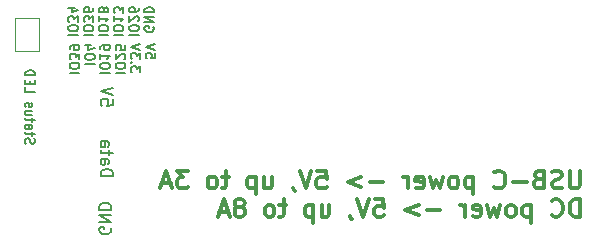
<source format=gbr>
%TF.GenerationSoftware,KiCad,Pcbnew,(6.0.0-0)*%
%TF.CreationDate,2022-01-26T18:23:46+01:00*%
%TF.ProjectId,GlowCoreMini,476c6f77-436f-4726-954d-696e692e6b69,rev?*%
%TF.SameCoordinates,Original*%
%TF.FileFunction,Legend,Bot*%
%TF.FilePolarity,Positive*%
%FSLAX46Y46*%
G04 Gerber Fmt 4.6, Leading zero omitted, Abs format (unit mm)*
G04 Created by KiCad (PCBNEW (6.0.0-0)) date 2022-01-26 18:23:46*
%MOMM*%
%LPD*%
G01*
G04 APERTURE LIST*
%ADD10C,0.150000*%
%ADD11C,0.300000*%
%ADD12C,0.120000*%
G04 APERTURE END LIST*
D10*
X116006619Y-103560380D02*
X117006619Y-103560380D01*
X117006619Y-103322285D01*
X116959000Y-103179428D01*
X116863761Y-103084190D01*
X116768523Y-103036571D01*
X116578047Y-102988952D01*
X116435190Y-102988952D01*
X116244714Y-103036571D01*
X116149476Y-103084190D01*
X116054238Y-103179428D01*
X116006619Y-103322285D01*
X116006619Y-103560380D01*
X116006619Y-102131809D02*
X116530428Y-102131809D01*
X116625666Y-102179428D01*
X116673285Y-102274666D01*
X116673285Y-102465142D01*
X116625666Y-102560380D01*
X116054238Y-102131809D02*
X116006619Y-102227047D01*
X116006619Y-102465142D01*
X116054238Y-102560380D01*
X116149476Y-102608000D01*
X116244714Y-102608000D01*
X116339952Y-102560380D01*
X116387571Y-102465142D01*
X116387571Y-102227047D01*
X116435190Y-102131809D01*
X116673285Y-101798476D02*
X116673285Y-101417523D01*
X117006619Y-101655619D02*
X116149476Y-101655619D01*
X116054238Y-101608000D01*
X116006619Y-101512761D01*
X116006619Y-101417523D01*
X116006619Y-100655619D02*
X116530428Y-100655619D01*
X116625666Y-100703238D01*
X116673285Y-100798476D01*
X116673285Y-100988952D01*
X116625666Y-101084190D01*
X116054238Y-100655619D02*
X116006619Y-100750857D01*
X116006619Y-100988952D01*
X116054238Y-101084190D01*
X116149476Y-101131809D01*
X116244714Y-101131809D01*
X116339952Y-101084190D01*
X116387571Y-100988952D01*
X116387571Y-100750857D01*
X116435190Y-100655619D01*
X109658190Y-100858500D02*
X109620095Y-100744214D01*
X109620095Y-100553738D01*
X109658190Y-100477547D01*
X109696285Y-100439452D01*
X109772476Y-100401357D01*
X109848666Y-100401357D01*
X109924857Y-100439452D01*
X109962952Y-100477547D01*
X110001047Y-100553738D01*
X110039142Y-100706119D01*
X110077238Y-100782309D01*
X110115333Y-100820404D01*
X110191523Y-100858500D01*
X110267714Y-100858500D01*
X110343904Y-100820404D01*
X110382000Y-100782309D01*
X110420095Y-100706119D01*
X110420095Y-100515642D01*
X110382000Y-100401357D01*
X110153428Y-100172785D02*
X110153428Y-99868023D01*
X110420095Y-100058500D02*
X109734380Y-100058500D01*
X109658190Y-100020404D01*
X109620095Y-99944214D01*
X109620095Y-99868023D01*
X109620095Y-99258500D02*
X110039142Y-99258500D01*
X110115333Y-99296595D01*
X110153428Y-99372785D01*
X110153428Y-99525166D01*
X110115333Y-99601357D01*
X109658190Y-99258500D02*
X109620095Y-99334690D01*
X109620095Y-99525166D01*
X109658190Y-99601357D01*
X109734380Y-99639452D01*
X109810571Y-99639452D01*
X109886761Y-99601357D01*
X109924857Y-99525166D01*
X109924857Y-99334690D01*
X109962952Y-99258500D01*
X110153428Y-98991833D02*
X110153428Y-98687071D01*
X110420095Y-98877547D02*
X109734380Y-98877547D01*
X109658190Y-98839452D01*
X109620095Y-98763261D01*
X109620095Y-98687071D01*
X110153428Y-98077547D02*
X109620095Y-98077547D01*
X110153428Y-98420404D02*
X109734380Y-98420404D01*
X109658190Y-98382309D01*
X109620095Y-98306119D01*
X109620095Y-98191833D01*
X109658190Y-98115642D01*
X109696285Y-98077547D01*
X109658190Y-97734690D02*
X109620095Y-97658500D01*
X109620095Y-97506119D01*
X109658190Y-97429928D01*
X109734380Y-97391833D01*
X109772476Y-97391833D01*
X109848666Y-97429928D01*
X109886761Y-97506119D01*
X109886761Y-97620404D01*
X109924857Y-97696595D01*
X110001047Y-97734690D01*
X110039142Y-97734690D01*
X110115333Y-97696595D01*
X110153428Y-97620404D01*
X110153428Y-97506119D01*
X110115333Y-97429928D01*
X109620095Y-96058500D02*
X109620095Y-96439452D01*
X110420095Y-96439452D01*
X110039142Y-95791833D02*
X110039142Y-95525166D01*
X109620095Y-95410880D02*
X109620095Y-95791833D01*
X110420095Y-95791833D01*
X110420095Y-95410880D01*
X109620095Y-95068023D02*
X110420095Y-95068023D01*
X110420095Y-94877547D01*
X110382000Y-94763261D01*
X110305809Y-94687071D01*
X110229619Y-94648976D01*
X110077238Y-94610880D01*
X109962952Y-94610880D01*
X109810571Y-94648976D01*
X109734380Y-94687071D01*
X109658190Y-94763261D01*
X109620095Y-94877547D01*
X109620095Y-95068023D01*
X120460000Y-90953071D02*
X120498095Y-91029261D01*
X120498095Y-91143547D01*
X120460000Y-91257833D01*
X120383809Y-91334023D01*
X120307619Y-91372119D01*
X120155238Y-91410214D01*
X120040952Y-91410214D01*
X119888571Y-91372119D01*
X119812380Y-91334023D01*
X119736190Y-91257833D01*
X119698095Y-91143547D01*
X119698095Y-91067357D01*
X119736190Y-90953071D01*
X119774285Y-90914976D01*
X120040952Y-90914976D01*
X120040952Y-91067357D01*
X119698095Y-90572119D02*
X120498095Y-90572119D01*
X119698095Y-90114976D01*
X120498095Y-90114976D01*
X119698095Y-89734023D02*
X120498095Y-89734023D01*
X120498095Y-89543547D01*
X120460000Y-89429261D01*
X120383809Y-89353071D01*
X120307619Y-89314976D01*
X120155238Y-89276880D01*
X120040952Y-89276880D01*
X119888571Y-89314976D01*
X119812380Y-89353071D01*
X119736190Y-89429261D01*
X119698095Y-89543547D01*
X119698095Y-89734023D01*
X118410095Y-91676880D02*
X119210095Y-91676880D01*
X119210095Y-91143547D02*
X119210095Y-90991166D01*
X119172000Y-90914976D01*
X119095809Y-90838785D01*
X118943428Y-90800690D01*
X118676761Y-90800690D01*
X118524380Y-90838785D01*
X118448190Y-90914976D01*
X118410095Y-90991166D01*
X118410095Y-91143547D01*
X118448190Y-91219738D01*
X118524380Y-91295928D01*
X118676761Y-91334023D01*
X118943428Y-91334023D01*
X119095809Y-91295928D01*
X119172000Y-91219738D01*
X119210095Y-91143547D01*
X119133904Y-90495928D02*
X119172000Y-90457833D01*
X119210095Y-90381642D01*
X119210095Y-90191166D01*
X119172000Y-90114976D01*
X119133904Y-90076880D01*
X119057714Y-90038785D01*
X118981523Y-90038785D01*
X118867238Y-90076880D01*
X118410095Y-90534023D01*
X118410095Y-90038785D01*
X119210095Y-89353071D02*
X119210095Y-89505452D01*
X119172000Y-89581642D01*
X119133904Y-89619738D01*
X119019619Y-89695928D01*
X118867238Y-89734023D01*
X118562476Y-89734023D01*
X118486285Y-89695928D01*
X118448190Y-89657833D01*
X118410095Y-89581642D01*
X118410095Y-89429261D01*
X118448190Y-89353071D01*
X118486285Y-89314976D01*
X118562476Y-89276880D01*
X118752952Y-89276880D01*
X118829142Y-89314976D01*
X118867238Y-89353071D01*
X118905333Y-89429261D01*
X118905333Y-89581642D01*
X118867238Y-89657833D01*
X118829142Y-89695928D01*
X118752952Y-89734023D01*
X117122095Y-91676880D02*
X117922095Y-91676880D01*
X117922095Y-91143547D02*
X117922095Y-90991166D01*
X117884000Y-90914976D01*
X117807809Y-90838785D01*
X117655428Y-90800690D01*
X117388761Y-90800690D01*
X117236380Y-90838785D01*
X117160190Y-90914976D01*
X117122095Y-90991166D01*
X117122095Y-91143547D01*
X117160190Y-91219738D01*
X117236380Y-91295928D01*
X117388761Y-91334023D01*
X117655428Y-91334023D01*
X117807809Y-91295928D01*
X117884000Y-91219738D01*
X117922095Y-91143547D01*
X117122095Y-90038785D02*
X117122095Y-90495928D01*
X117122095Y-90267357D02*
X117922095Y-90267357D01*
X117807809Y-90343547D01*
X117731619Y-90419738D01*
X117693523Y-90495928D01*
X117922095Y-89772119D02*
X117922095Y-89276880D01*
X117617333Y-89543547D01*
X117617333Y-89429261D01*
X117579238Y-89353071D01*
X117541142Y-89314976D01*
X117464952Y-89276880D01*
X117274476Y-89276880D01*
X117198285Y-89314976D01*
X117160190Y-89353071D01*
X117122095Y-89429261D01*
X117122095Y-89657833D01*
X117160190Y-89734023D01*
X117198285Y-89772119D01*
X115834095Y-91676880D02*
X116634095Y-91676880D01*
X116634095Y-91143547D02*
X116634095Y-90991166D01*
X116596000Y-90914976D01*
X116519809Y-90838785D01*
X116367428Y-90800690D01*
X116100761Y-90800690D01*
X115948380Y-90838785D01*
X115872190Y-90914976D01*
X115834095Y-90991166D01*
X115834095Y-91143547D01*
X115872190Y-91219738D01*
X115948380Y-91295928D01*
X116100761Y-91334023D01*
X116367428Y-91334023D01*
X116519809Y-91295928D01*
X116596000Y-91219738D01*
X116634095Y-91143547D01*
X115834095Y-90038785D02*
X115834095Y-90495928D01*
X115834095Y-90267357D02*
X116634095Y-90267357D01*
X116519809Y-90343547D01*
X116443619Y-90419738D01*
X116405523Y-90495928D01*
X116291238Y-89581642D02*
X116329333Y-89657833D01*
X116367428Y-89695928D01*
X116443619Y-89734023D01*
X116481714Y-89734023D01*
X116557904Y-89695928D01*
X116596000Y-89657833D01*
X116634095Y-89581642D01*
X116634095Y-89429261D01*
X116596000Y-89353071D01*
X116557904Y-89314976D01*
X116481714Y-89276880D01*
X116443619Y-89276880D01*
X116367428Y-89314976D01*
X116329333Y-89353071D01*
X116291238Y-89429261D01*
X116291238Y-89581642D01*
X116253142Y-89657833D01*
X116215047Y-89695928D01*
X116138857Y-89734023D01*
X115986476Y-89734023D01*
X115910285Y-89695928D01*
X115872190Y-89657833D01*
X115834095Y-89581642D01*
X115834095Y-89429261D01*
X115872190Y-89353071D01*
X115910285Y-89314976D01*
X115986476Y-89276880D01*
X116138857Y-89276880D01*
X116215047Y-89314976D01*
X116253142Y-89353071D01*
X116291238Y-89429261D01*
X114546095Y-91676880D02*
X115346095Y-91676880D01*
X115346095Y-91143547D02*
X115346095Y-90991166D01*
X115308000Y-90914976D01*
X115231809Y-90838785D01*
X115079428Y-90800690D01*
X114812761Y-90800690D01*
X114660380Y-90838785D01*
X114584190Y-90914976D01*
X114546095Y-90991166D01*
X114546095Y-91143547D01*
X114584190Y-91219738D01*
X114660380Y-91295928D01*
X114812761Y-91334023D01*
X115079428Y-91334023D01*
X115231809Y-91295928D01*
X115308000Y-91219738D01*
X115346095Y-91143547D01*
X115346095Y-90534023D02*
X115346095Y-90038785D01*
X115041333Y-90305452D01*
X115041333Y-90191166D01*
X115003238Y-90114976D01*
X114965142Y-90076880D01*
X114888952Y-90038785D01*
X114698476Y-90038785D01*
X114622285Y-90076880D01*
X114584190Y-90114976D01*
X114546095Y-90191166D01*
X114546095Y-90419738D01*
X114584190Y-90495928D01*
X114622285Y-90534023D01*
X115346095Y-89353071D02*
X115346095Y-89505452D01*
X115308000Y-89581642D01*
X115269904Y-89619738D01*
X115155619Y-89695928D01*
X115003238Y-89734023D01*
X114698476Y-89734023D01*
X114622285Y-89695928D01*
X114584190Y-89657833D01*
X114546095Y-89581642D01*
X114546095Y-89429261D01*
X114584190Y-89353071D01*
X114622285Y-89314976D01*
X114698476Y-89276880D01*
X114888952Y-89276880D01*
X114965142Y-89314976D01*
X115003238Y-89353071D01*
X115041333Y-89429261D01*
X115041333Y-89581642D01*
X115003238Y-89657833D01*
X114965142Y-89695928D01*
X114888952Y-89734023D01*
X113258095Y-91676880D02*
X114058095Y-91676880D01*
X114058095Y-91143547D02*
X114058095Y-90991166D01*
X114020000Y-90914976D01*
X113943809Y-90838785D01*
X113791428Y-90800690D01*
X113524761Y-90800690D01*
X113372380Y-90838785D01*
X113296190Y-90914976D01*
X113258095Y-90991166D01*
X113258095Y-91143547D01*
X113296190Y-91219738D01*
X113372380Y-91295928D01*
X113524761Y-91334023D01*
X113791428Y-91334023D01*
X113943809Y-91295928D01*
X114020000Y-91219738D01*
X114058095Y-91143547D01*
X114058095Y-90534023D02*
X114058095Y-90038785D01*
X113753333Y-90305452D01*
X113753333Y-90191166D01*
X113715238Y-90114976D01*
X113677142Y-90076880D01*
X113600952Y-90038785D01*
X113410476Y-90038785D01*
X113334285Y-90076880D01*
X113296190Y-90114976D01*
X113258095Y-90191166D01*
X113258095Y-90419738D01*
X113296190Y-90495928D01*
X113334285Y-90534023D01*
X113791428Y-89353071D02*
X113258095Y-89353071D01*
X114096190Y-89543547D02*
X113524761Y-89734023D01*
X113524761Y-89238785D01*
X117006619Y-97091476D02*
X117006619Y-97567666D01*
X116530428Y-97615285D01*
X116578047Y-97567666D01*
X116625666Y-97472428D01*
X116625666Y-97234333D01*
X116578047Y-97139095D01*
X116530428Y-97091476D01*
X116435190Y-97043857D01*
X116197095Y-97043857D01*
X116101857Y-97091476D01*
X116054238Y-97139095D01*
X116006619Y-97234333D01*
X116006619Y-97472428D01*
X116054238Y-97567666D01*
X116101857Y-97615285D01*
X117006619Y-96758142D02*
X116006619Y-96424809D01*
X117006619Y-96091476D01*
X116832000Y-107949904D02*
X116879619Y-108045142D01*
X116879619Y-108188000D01*
X116832000Y-108330857D01*
X116736761Y-108426095D01*
X116641523Y-108473714D01*
X116451047Y-108521333D01*
X116308190Y-108521333D01*
X116117714Y-108473714D01*
X116022476Y-108426095D01*
X115927238Y-108330857D01*
X115879619Y-108188000D01*
X115879619Y-108092761D01*
X115927238Y-107949904D01*
X115974857Y-107902285D01*
X116308190Y-107902285D01*
X116308190Y-108092761D01*
X115879619Y-107473714D02*
X116879619Y-107473714D01*
X115879619Y-106902285D01*
X116879619Y-106902285D01*
X115879619Y-106426095D02*
X116879619Y-106426095D01*
X116879619Y-106188000D01*
X116832000Y-106045142D01*
X116736761Y-105949904D01*
X116641523Y-105902285D01*
X116451047Y-105854666D01*
X116308190Y-105854666D01*
X116117714Y-105902285D01*
X116022476Y-105949904D01*
X115927238Y-106045142D01*
X115879619Y-106188000D01*
X115879619Y-106426095D01*
D11*
X156546857Y-103127071D02*
X156546857Y-104341357D01*
X156475428Y-104484214D01*
X156404000Y-104555642D01*
X156261142Y-104627071D01*
X155975428Y-104627071D01*
X155832571Y-104555642D01*
X155761142Y-104484214D01*
X155689714Y-104341357D01*
X155689714Y-103127071D01*
X155046857Y-104555642D02*
X154832571Y-104627071D01*
X154475428Y-104627071D01*
X154332571Y-104555642D01*
X154261142Y-104484214D01*
X154189714Y-104341357D01*
X154189714Y-104198500D01*
X154261142Y-104055642D01*
X154332571Y-103984214D01*
X154475428Y-103912785D01*
X154761142Y-103841357D01*
X154904000Y-103769928D01*
X154975428Y-103698500D01*
X155046857Y-103555642D01*
X155046857Y-103412785D01*
X154975428Y-103269928D01*
X154904000Y-103198500D01*
X154761142Y-103127071D01*
X154404000Y-103127071D01*
X154189714Y-103198500D01*
X153046857Y-103841357D02*
X152832571Y-103912785D01*
X152761142Y-103984214D01*
X152689714Y-104127071D01*
X152689714Y-104341357D01*
X152761142Y-104484214D01*
X152832571Y-104555642D01*
X152975428Y-104627071D01*
X153546857Y-104627071D01*
X153546857Y-103127071D01*
X153046857Y-103127071D01*
X152904000Y-103198500D01*
X152832571Y-103269928D01*
X152761142Y-103412785D01*
X152761142Y-103555642D01*
X152832571Y-103698500D01*
X152904000Y-103769928D01*
X153046857Y-103841357D01*
X153546857Y-103841357D01*
X152046857Y-104055642D02*
X150904000Y-104055642D01*
X149332571Y-104484214D02*
X149404000Y-104555642D01*
X149618285Y-104627071D01*
X149761142Y-104627071D01*
X149975428Y-104555642D01*
X150118285Y-104412785D01*
X150189714Y-104269928D01*
X150261142Y-103984214D01*
X150261142Y-103769928D01*
X150189714Y-103484214D01*
X150118285Y-103341357D01*
X149975428Y-103198500D01*
X149761142Y-103127071D01*
X149618285Y-103127071D01*
X149404000Y-103198500D01*
X149332571Y-103269928D01*
X147546857Y-103627071D02*
X147546857Y-105127071D01*
X147546857Y-103698500D02*
X147404000Y-103627071D01*
X147118285Y-103627071D01*
X146975428Y-103698500D01*
X146904000Y-103769928D01*
X146832571Y-103912785D01*
X146832571Y-104341357D01*
X146904000Y-104484214D01*
X146975428Y-104555642D01*
X147118285Y-104627071D01*
X147404000Y-104627071D01*
X147546857Y-104555642D01*
X145975428Y-104627071D02*
X146118285Y-104555642D01*
X146189714Y-104484214D01*
X146261142Y-104341357D01*
X146261142Y-103912785D01*
X146189714Y-103769928D01*
X146118285Y-103698500D01*
X145975428Y-103627071D01*
X145761142Y-103627071D01*
X145618285Y-103698500D01*
X145546857Y-103769928D01*
X145475428Y-103912785D01*
X145475428Y-104341357D01*
X145546857Y-104484214D01*
X145618285Y-104555642D01*
X145761142Y-104627071D01*
X145975428Y-104627071D01*
X144975428Y-103627071D02*
X144689714Y-104627071D01*
X144404000Y-103912785D01*
X144118285Y-104627071D01*
X143832571Y-103627071D01*
X142689714Y-104555642D02*
X142832571Y-104627071D01*
X143118285Y-104627071D01*
X143261142Y-104555642D01*
X143332571Y-104412785D01*
X143332571Y-103841357D01*
X143261142Y-103698500D01*
X143118285Y-103627071D01*
X142832571Y-103627071D01*
X142689714Y-103698500D01*
X142618285Y-103841357D01*
X142618285Y-103984214D01*
X143332571Y-104127071D01*
X141975428Y-104627071D02*
X141975428Y-103627071D01*
X141975428Y-103912785D02*
X141904000Y-103769928D01*
X141832571Y-103698500D01*
X141689714Y-103627071D01*
X141546857Y-103627071D01*
X139904000Y-104055642D02*
X138761142Y-104055642D01*
X138046857Y-103627071D02*
X136904000Y-104055642D01*
X138046857Y-104484214D01*
X134332571Y-103127071D02*
X135046857Y-103127071D01*
X135118285Y-103841357D01*
X135046857Y-103769928D01*
X134904000Y-103698500D01*
X134546857Y-103698500D01*
X134404000Y-103769928D01*
X134332571Y-103841357D01*
X134261142Y-103984214D01*
X134261142Y-104341357D01*
X134332571Y-104484214D01*
X134404000Y-104555642D01*
X134546857Y-104627071D01*
X134904000Y-104627071D01*
X135046857Y-104555642D01*
X135118285Y-104484214D01*
X133832571Y-103127071D02*
X133332571Y-104627071D01*
X132832571Y-103127071D01*
X132261142Y-104555642D02*
X132261142Y-104627071D01*
X132332571Y-104769928D01*
X132404000Y-104841357D01*
X129832571Y-103627071D02*
X129832571Y-104627071D01*
X130475428Y-103627071D02*
X130475428Y-104412785D01*
X130404000Y-104555642D01*
X130261142Y-104627071D01*
X130046857Y-104627071D01*
X129904000Y-104555642D01*
X129832571Y-104484214D01*
X129118285Y-103627071D02*
X129118285Y-105127071D01*
X129118285Y-103698500D02*
X128975428Y-103627071D01*
X128689714Y-103627071D01*
X128546857Y-103698500D01*
X128475428Y-103769928D01*
X128404000Y-103912785D01*
X128404000Y-104341357D01*
X128475428Y-104484214D01*
X128546857Y-104555642D01*
X128689714Y-104627071D01*
X128975428Y-104627071D01*
X129118285Y-104555642D01*
X126832571Y-103627071D02*
X126261142Y-103627071D01*
X126618285Y-103127071D02*
X126618285Y-104412785D01*
X126546857Y-104555642D01*
X126404000Y-104627071D01*
X126261142Y-104627071D01*
X125546857Y-104627071D02*
X125689714Y-104555642D01*
X125761142Y-104484214D01*
X125832571Y-104341357D01*
X125832571Y-103912785D01*
X125761142Y-103769928D01*
X125689714Y-103698500D01*
X125546857Y-103627071D01*
X125332571Y-103627071D01*
X125189714Y-103698500D01*
X125118285Y-103769928D01*
X125046857Y-103912785D01*
X125046857Y-104341357D01*
X125118285Y-104484214D01*
X125189714Y-104555642D01*
X125332571Y-104627071D01*
X125546857Y-104627071D01*
X123404000Y-103127071D02*
X122475428Y-103127071D01*
X122975428Y-103698500D01*
X122761142Y-103698500D01*
X122618285Y-103769928D01*
X122546857Y-103841357D01*
X122475428Y-103984214D01*
X122475428Y-104341357D01*
X122546857Y-104484214D01*
X122618285Y-104555642D01*
X122761142Y-104627071D01*
X123189714Y-104627071D01*
X123332571Y-104555642D01*
X123404000Y-104484214D01*
X121904000Y-104198500D02*
X121189714Y-104198500D01*
X122046857Y-104627071D02*
X121546857Y-103127071D01*
X121046857Y-104627071D01*
X156546857Y-107042071D02*
X156546857Y-105542071D01*
X156189714Y-105542071D01*
X155975428Y-105613500D01*
X155832571Y-105756357D01*
X155761142Y-105899214D01*
X155689714Y-106184928D01*
X155689714Y-106399214D01*
X155761142Y-106684928D01*
X155832571Y-106827785D01*
X155975428Y-106970642D01*
X156189714Y-107042071D01*
X156546857Y-107042071D01*
X154189714Y-106899214D02*
X154261142Y-106970642D01*
X154475428Y-107042071D01*
X154618285Y-107042071D01*
X154832571Y-106970642D01*
X154975428Y-106827785D01*
X155046857Y-106684928D01*
X155118285Y-106399214D01*
X155118285Y-106184928D01*
X155046857Y-105899214D01*
X154975428Y-105756357D01*
X154832571Y-105613500D01*
X154618285Y-105542071D01*
X154475428Y-105542071D01*
X154261142Y-105613500D01*
X154189714Y-105684928D01*
X152404000Y-106042071D02*
X152404000Y-107542071D01*
X152404000Y-106113500D02*
X152261142Y-106042071D01*
X151975428Y-106042071D01*
X151832571Y-106113500D01*
X151761142Y-106184928D01*
X151689714Y-106327785D01*
X151689714Y-106756357D01*
X151761142Y-106899214D01*
X151832571Y-106970642D01*
X151975428Y-107042071D01*
X152261142Y-107042071D01*
X152404000Y-106970642D01*
X150832571Y-107042071D02*
X150975428Y-106970642D01*
X151046857Y-106899214D01*
X151118285Y-106756357D01*
X151118285Y-106327785D01*
X151046857Y-106184928D01*
X150975428Y-106113500D01*
X150832571Y-106042071D01*
X150618285Y-106042071D01*
X150475428Y-106113500D01*
X150404000Y-106184928D01*
X150332571Y-106327785D01*
X150332571Y-106756357D01*
X150404000Y-106899214D01*
X150475428Y-106970642D01*
X150618285Y-107042071D01*
X150832571Y-107042071D01*
X149832571Y-106042071D02*
X149546857Y-107042071D01*
X149261142Y-106327785D01*
X148975428Y-107042071D01*
X148689714Y-106042071D01*
X147546857Y-106970642D02*
X147689714Y-107042071D01*
X147975428Y-107042071D01*
X148118285Y-106970642D01*
X148189714Y-106827785D01*
X148189714Y-106256357D01*
X148118285Y-106113500D01*
X147975428Y-106042071D01*
X147689714Y-106042071D01*
X147546857Y-106113500D01*
X147475428Y-106256357D01*
X147475428Y-106399214D01*
X148189714Y-106542071D01*
X146832571Y-107042071D02*
X146832571Y-106042071D01*
X146832571Y-106327785D02*
X146761142Y-106184928D01*
X146689714Y-106113500D01*
X146546857Y-106042071D01*
X146404000Y-106042071D01*
X144761142Y-106470642D02*
X143618285Y-106470642D01*
X142904000Y-106042071D02*
X141761142Y-106470642D01*
X142904000Y-106899214D01*
X139189714Y-105542071D02*
X139904000Y-105542071D01*
X139975428Y-106256357D01*
X139904000Y-106184928D01*
X139761142Y-106113500D01*
X139404000Y-106113500D01*
X139261142Y-106184928D01*
X139189714Y-106256357D01*
X139118285Y-106399214D01*
X139118285Y-106756357D01*
X139189714Y-106899214D01*
X139261142Y-106970642D01*
X139404000Y-107042071D01*
X139761142Y-107042071D01*
X139904000Y-106970642D01*
X139975428Y-106899214D01*
X138689714Y-105542071D02*
X138189714Y-107042071D01*
X137689714Y-105542071D01*
X137118285Y-106970642D02*
X137118285Y-107042071D01*
X137189714Y-107184928D01*
X137261142Y-107256357D01*
X134689714Y-106042071D02*
X134689714Y-107042071D01*
X135332571Y-106042071D02*
X135332571Y-106827785D01*
X135261142Y-106970642D01*
X135118285Y-107042071D01*
X134904000Y-107042071D01*
X134761142Y-106970642D01*
X134689714Y-106899214D01*
X133975428Y-106042071D02*
X133975428Y-107542071D01*
X133975428Y-106113500D02*
X133832571Y-106042071D01*
X133546857Y-106042071D01*
X133404000Y-106113500D01*
X133332571Y-106184928D01*
X133261142Y-106327785D01*
X133261142Y-106756357D01*
X133332571Y-106899214D01*
X133404000Y-106970642D01*
X133546857Y-107042071D01*
X133832571Y-107042071D01*
X133975428Y-106970642D01*
X131689714Y-106042071D02*
X131118285Y-106042071D01*
X131475428Y-105542071D02*
X131475428Y-106827785D01*
X131404000Y-106970642D01*
X131261142Y-107042071D01*
X131118285Y-107042071D01*
X130404000Y-107042071D02*
X130546857Y-106970642D01*
X130618285Y-106899214D01*
X130689714Y-106756357D01*
X130689714Y-106327785D01*
X130618285Y-106184928D01*
X130546857Y-106113500D01*
X130404000Y-106042071D01*
X130189714Y-106042071D01*
X130046857Y-106113500D01*
X129975428Y-106184928D01*
X129904000Y-106327785D01*
X129904000Y-106756357D01*
X129975428Y-106899214D01*
X130046857Y-106970642D01*
X130189714Y-107042071D01*
X130404000Y-107042071D01*
X127904000Y-106184928D02*
X128046857Y-106113500D01*
X128118285Y-106042071D01*
X128189714Y-105899214D01*
X128189714Y-105827785D01*
X128118285Y-105684928D01*
X128046857Y-105613500D01*
X127904000Y-105542071D01*
X127618285Y-105542071D01*
X127475428Y-105613500D01*
X127404000Y-105684928D01*
X127332571Y-105827785D01*
X127332571Y-105899214D01*
X127404000Y-106042071D01*
X127475428Y-106113500D01*
X127618285Y-106184928D01*
X127904000Y-106184928D01*
X128046857Y-106256357D01*
X128118285Y-106327785D01*
X128189714Y-106470642D01*
X128189714Y-106756357D01*
X128118285Y-106899214D01*
X128046857Y-106970642D01*
X127904000Y-107042071D01*
X127618285Y-107042071D01*
X127475428Y-106970642D01*
X127404000Y-106899214D01*
X127332571Y-106756357D01*
X127332571Y-106470642D01*
X127404000Y-106327785D01*
X127475428Y-106256357D01*
X127618285Y-106184928D01*
X126761142Y-106613500D02*
X126046857Y-106613500D01*
X126904000Y-107042071D02*
X126404000Y-105542071D01*
X125904000Y-107042071D01*
D10*
X120625095Y-93175690D02*
X120625095Y-93556642D01*
X120244142Y-93594738D01*
X120282238Y-93556642D01*
X120320333Y-93480452D01*
X120320333Y-93289976D01*
X120282238Y-93213785D01*
X120244142Y-93175690D01*
X120167952Y-93137595D01*
X119977476Y-93137595D01*
X119901285Y-93175690D01*
X119863190Y-93213785D01*
X119825095Y-93289976D01*
X119825095Y-93480452D01*
X119863190Y-93556642D01*
X119901285Y-93594738D01*
X120625095Y-92909023D02*
X119825095Y-92642357D01*
X120625095Y-92375690D01*
X119337095Y-94775690D02*
X119337095Y-94280452D01*
X119032333Y-94547119D01*
X119032333Y-94432833D01*
X118994238Y-94356642D01*
X118956142Y-94318547D01*
X118879952Y-94280452D01*
X118689476Y-94280452D01*
X118613285Y-94318547D01*
X118575190Y-94356642D01*
X118537095Y-94432833D01*
X118537095Y-94661404D01*
X118575190Y-94737595D01*
X118613285Y-94775690D01*
X118613285Y-93937595D02*
X118575190Y-93899500D01*
X118537095Y-93937595D01*
X118575190Y-93975690D01*
X118613285Y-93937595D01*
X118537095Y-93937595D01*
X119337095Y-93632833D02*
X119337095Y-93137595D01*
X119032333Y-93404261D01*
X119032333Y-93289976D01*
X118994238Y-93213785D01*
X118956142Y-93175690D01*
X118879952Y-93137595D01*
X118689476Y-93137595D01*
X118613285Y-93175690D01*
X118575190Y-93213785D01*
X118537095Y-93289976D01*
X118537095Y-93518547D01*
X118575190Y-93594738D01*
X118613285Y-93632833D01*
X119337095Y-92909023D02*
X118537095Y-92642357D01*
X119337095Y-92375690D01*
X117249095Y-94851880D02*
X118049095Y-94851880D01*
X118049095Y-94318547D02*
X118049095Y-94166166D01*
X118011000Y-94089976D01*
X117934809Y-94013785D01*
X117782428Y-93975690D01*
X117515761Y-93975690D01*
X117363380Y-94013785D01*
X117287190Y-94089976D01*
X117249095Y-94166166D01*
X117249095Y-94318547D01*
X117287190Y-94394738D01*
X117363380Y-94470928D01*
X117515761Y-94509023D01*
X117782428Y-94509023D01*
X117934809Y-94470928D01*
X118011000Y-94394738D01*
X118049095Y-94318547D01*
X117972904Y-93670928D02*
X118011000Y-93632833D01*
X118049095Y-93556642D01*
X118049095Y-93366166D01*
X118011000Y-93289976D01*
X117972904Y-93251880D01*
X117896714Y-93213785D01*
X117820523Y-93213785D01*
X117706238Y-93251880D01*
X117249095Y-93709023D01*
X117249095Y-93213785D01*
X118049095Y-92489976D02*
X118049095Y-92870928D01*
X117668142Y-92909023D01*
X117706238Y-92870928D01*
X117744333Y-92794738D01*
X117744333Y-92604261D01*
X117706238Y-92528071D01*
X117668142Y-92489976D01*
X117591952Y-92451880D01*
X117401476Y-92451880D01*
X117325285Y-92489976D01*
X117287190Y-92528071D01*
X117249095Y-92604261D01*
X117249095Y-92794738D01*
X117287190Y-92870928D01*
X117325285Y-92909023D01*
X115961095Y-94851880D02*
X116761095Y-94851880D01*
X116761095Y-94318547D02*
X116761095Y-94166166D01*
X116723000Y-94089976D01*
X116646809Y-94013785D01*
X116494428Y-93975690D01*
X116227761Y-93975690D01*
X116075380Y-94013785D01*
X115999190Y-94089976D01*
X115961095Y-94166166D01*
X115961095Y-94318547D01*
X115999190Y-94394738D01*
X116075380Y-94470928D01*
X116227761Y-94509023D01*
X116494428Y-94509023D01*
X116646809Y-94470928D01*
X116723000Y-94394738D01*
X116761095Y-94318547D01*
X115961095Y-93213785D02*
X115961095Y-93670928D01*
X115961095Y-93442357D02*
X116761095Y-93442357D01*
X116646809Y-93518547D01*
X116570619Y-93594738D01*
X116532523Y-93670928D01*
X115961095Y-92832833D02*
X115961095Y-92680452D01*
X115999190Y-92604261D01*
X116037285Y-92566166D01*
X116151571Y-92489976D01*
X116303952Y-92451880D01*
X116608714Y-92451880D01*
X116684904Y-92489976D01*
X116723000Y-92528071D01*
X116761095Y-92604261D01*
X116761095Y-92756642D01*
X116723000Y-92832833D01*
X116684904Y-92870928D01*
X116608714Y-92909023D01*
X116418238Y-92909023D01*
X116342047Y-92870928D01*
X116303952Y-92832833D01*
X116265857Y-92756642D01*
X116265857Y-92604261D01*
X116303952Y-92528071D01*
X116342047Y-92489976D01*
X116418238Y-92451880D01*
X114673095Y-94089976D02*
X115473095Y-94089976D01*
X115473095Y-93556642D02*
X115473095Y-93404261D01*
X115435000Y-93328071D01*
X115358809Y-93251880D01*
X115206428Y-93213785D01*
X114939761Y-93213785D01*
X114787380Y-93251880D01*
X114711190Y-93328071D01*
X114673095Y-93404261D01*
X114673095Y-93556642D01*
X114711190Y-93632833D01*
X114787380Y-93709023D01*
X114939761Y-93747119D01*
X115206428Y-93747119D01*
X115358809Y-93709023D01*
X115435000Y-93632833D01*
X115473095Y-93556642D01*
X115206428Y-92528071D02*
X114673095Y-92528071D01*
X115511190Y-92718547D02*
X114939761Y-92909023D01*
X114939761Y-92413785D01*
X113385095Y-94851880D02*
X114185095Y-94851880D01*
X114185095Y-94318547D02*
X114185095Y-94166166D01*
X114147000Y-94089976D01*
X114070809Y-94013785D01*
X113918428Y-93975690D01*
X113651761Y-93975690D01*
X113499380Y-94013785D01*
X113423190Y-94089976D01*
X113385095Y-94166166D01*
X113385095Y-94318547D01*
X113423190Y-94394738D01*
X113499380Y-94470928D01*
X113651761Y-94509023D01*
X113918428Y-94509023D01*
X114070809Y-94470928D01*
X114147000Y-94394738D01*
X114185095Y-94318547D01*
X114185095Y-93709023D02*
X114185095Y-93213785D01*
X113880333Y-93480452D01*
X113880333Y-93366166D01*
X113842238Y-93289976D01*
X113804142Y-93251880D01*
X113727952Y-93213785D01*
X113537476Y-93213785D01*
X113461285Y-93251880D01*
X113423190Y-93289976D01*
X113385095Y-93366166D01*
X113385095Y-93594738D01*
X113423190Y-93670928D01*
X113461285Y-93709023D01*
X113385095Y-92832833D02*
X113385095Y-92680452D01*
X113423190Y-92604261D01*
X113461285Y-92566166D01*
X113575571Y-92489976D01*
X113727952Y-92451880D01*
X114032714Y-92451880D01*
X114108904Y-92489976D01*
X114147000Y-92528071D01*
X114185095Y-92604261D01*
X114185095Y-92756642D01*
X114147000Y-92832833D01*
X114108904Y-92870928D01*
X114032714Y-92909023D01*
X113842238Y-92909023D01*
X113766047Y-92870928D01*
X113727952Y-92832833D01*
X113689857Y-92756642D01*
X113689857Y-92604261D01*
X113727952Y-92528071D01*
X113766047Y-92489976D01*
X113842238Y-92451880D01*
D12*
%TO.C,Status_LED1*%
X108728000Y-92967000D02*
X110728000Y-92967000D01*
X110728000Y-92967000D02*
X110728000Y-90167000D01*
X110728000Y-90167000D02*
X108728000Y-90167000D01*
X108728000Y-90167000D02*
X108728000Y-92967000D01*
%TD*%
M02*

</source>
